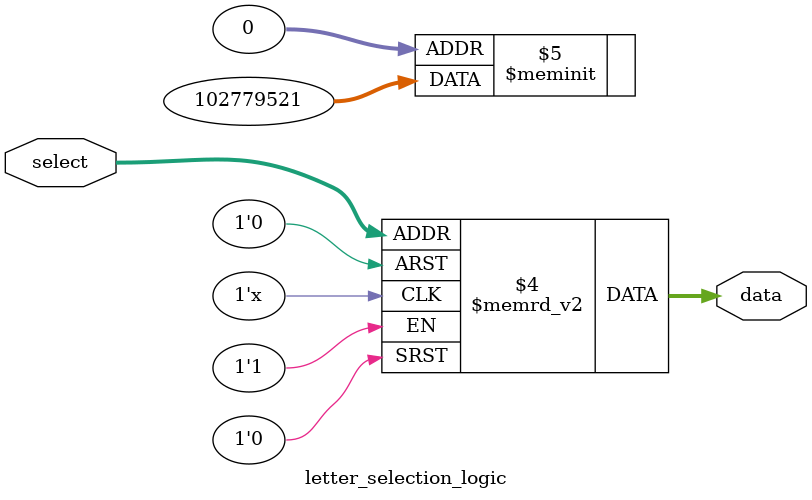
<source format=v>
module letter_selection_logic (select, data);
input [2:0] select;

output [3:0] data;

reg [3:0] data;

always @(select) begin
	case(select)
		//A - 01
		3'b000: data <= 4'b0001;
		//B - 1000
		3'b001: data <= 4'b1000;
		//C - 1010
		3'b010: data <= 4'b1010;
		//D - 100
		3'b011: data <= 4'b0100;
		//E - 0
		3'b100: data <= 4'b0000;
		//F - 0010
		3'b101: data <= 4'b0010;
		//G - 110
		3'b110: data <= 4'b0110;
		//H - 0000
		3'b111: data <= 4'b0000;
	endcase
end

endmodule
</source>
